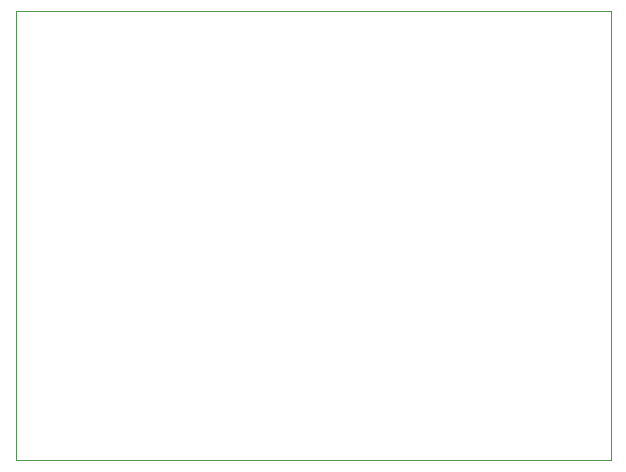
<source format=gbr>
G04 #@! TF.GenerationSoftware,KiCad,Pcbnew,(5.1.5)-3*
G04 #@! TF.CreationDate,2020-05-01T16:20:29+02:00*
G04 #@! TF.ProjectId,Arduino_Uno_R3_From_Scratch,41726475-696e-46f5-9f55-6e6f5f52335f,rev?*
G04 #@! TF.SameCoordinates,Original*
G04 #@! TF.FileFunction,Profile,NP*
%FSLAX46Y46*%
G04 Gerber Fmt 4.6, Leading zero omitted, Abs format (unit mm)*
G04 Created by KiCad (PCBNEW (5.1.5)-3) date 2020-05-01 16:20:29*
%MOMM*%
%LPD*%
G04 APERTURE LIST*
%ADD10C,0.100000*%
G04 APERTURE END LIST*
D10*
X174000000Y-91800000D02*
X174000000Y-129800000D01*
X224400000Y-129800000D02*
X174000000Y-129800000D01*
X224400000Y-91800000D02*
X224400000Y-129800000D01*
X224400000Y-91800000D02*
X174000000Y-91800000D01*
M02*

</source>
